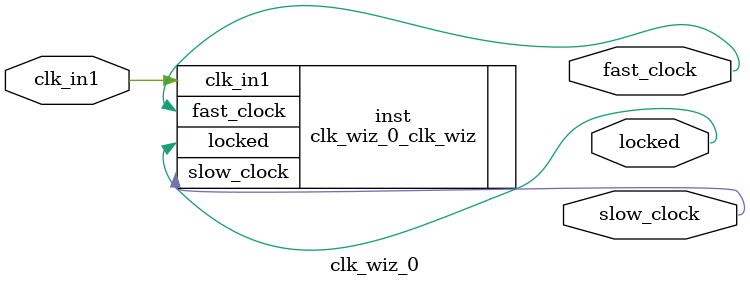
<source format=v>


`timescale 1ps/1ps

(* CORE_GENERATION_INFO = "clk_wiz_0,clk_wiz_v5_3_0,{component_name=clk_wiz_0,use_phase_alignment=true,use_min_o_jitter=false,use_max_i_jitter=false,use_dyn_phase_shift=false,use_inclk_switchover=false,use_dyn_reconfig=false,enable_axi=0,feedback_source=FDBK_AUTO,PRIMITIVE=MMCM,num_out_clk=2,clkin1_period=8.0,clkin2_period=10.0,use_power_down=false,use_reset=false,use_locked=true,use_inclk_stopped=false,feedback_type=SINGLE,CLOCK_MGR_TYPE=NA,manual_override=false}" *)

module clk_wiz_0 
 (
 // Clock in ports
  input         clk_in1,
  // Clock out ports
  output        slow_clock,
  output        fast_clock,
  // Status and control signals
  output        locked
 );

  clk_wiz_0_clk_wiz inst
  (
 // Clock in ports
  .clk_in1(clk_in1),
  // Clock out ports  
  .slow_clock(slow_clock),
  .fast_clock(fast_clock),
  // Status and control signals               
  .locked(locked)            
  );

endmodule

</source>
